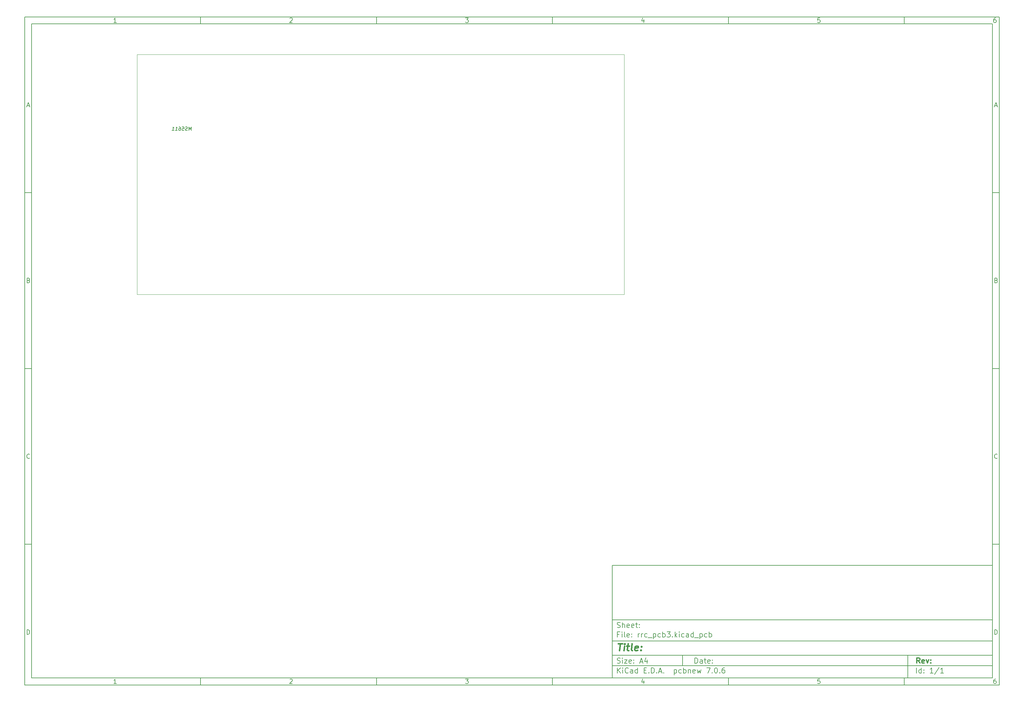
<source format=gbr>
%TF.GenerationSoftware,KiCad,Pcbnew,7.0.6*%
%TF.CreationDate,2023-08-10T16:59:27-04:00*%
%TF.ProjectId,rrc_pcb3,7272635f-7063-4623-932e-6b696361645f,rev?*%
%TF.SameCoordinates,Original*%
%TF.FileFunction,AssemblyDrawing,Bot*%
%FSLAX46Y46*%
G04 Gerber Fmt 4.6, Leading zero omitted, Abs format (unit mm)*
G04 Created by KiCad (PCBNEW 7.0.6) date 2023-08-10 16:59:27*
%MOMM*%
%LPD*%
G01*
G04 APERTURE LIST*
%ADD10C,0.100000*%
%ADD11C,0.150000*%
%ADD12C,0.300000*%
%ADD13C,0.400000*%
%TA.AperFunction,Profile*%
%ADD14C,0.050000*%
%TD*%
G04 APERTURE END LIST*
D10*
D11*
X177002200Y-166007200D02*
X285002200Y-166007200D01*
X285002200Y-198007200D01*
X177002200Y-198007200D01*
X177002200Y-166007200D01*
D10*
D11*
X10000000Y-10000000D02*
X287002200Y-10000000D01*
X287002200Y-200007200D01*
X10000000Y-200007200D01*
X10000000Y-10000000D01*
D10*
D11*
X12000000Y-12000000D02*
X285002200Y-12000000D01*
X285002200Y-198007200D01*
X12000000Y-198007200D01*
X12000000Y-12000000D01*
D10*
D11*
X60000000Y-12000000D02*
X60000000Y-10000000D01*
D10*
D11*
X110000000Y-12000000D02*
X110000000Y-10000000D01*
D10*
D11*
X160000000Y-12000000D02*
X160000000Y-10000000D01*
D10*
D11*
X210000000Y-12000000D02*
X210000000Y-10000000D01*
D10*
D11*
X260000000Y-12000000D02*
X260000000Y-10000000D01*
D10*
D11*
X36089160Y-11593604D02*
X35346303Y-11593604D01*
X35717731Y-11593604D02*
X35717731Y-10293604D01*
X35717731Y-10293604D02*
X35593922Y-10479319D01*
X35593922Y-10479319D02*
X35470112Y-10603128D01*
X35470112Y-10603128D02*
X35346303Y-10665033D01*
D10*
D11*
X85346303Y-10417414D02*
X85408207Y-10355509D01*
X85408207Y-10355509D02*
X85532017Y-10293604D01*
X85532017Y-10293604D02*
X85841541Y-10293604D01*
X85841541Y-10293604D02*
X85965350Y-10355509D01*
X85965350Y-10355509D02*
X86027255Y-10417414D01*
X86027255Y-10417414D02*
X86089160Y-10541223D01*
X86089160Y-10541223D02*
X86089160Y-10665033D01*
X86089160Y-10665033D02*
X86027255Y-10850747D01*
X86027255Y-10850747D02*
X85284398Y-11593604D01*
X85284398Y-11593604D02*
X86089160Y-11593604D01*
D10*
D11*
X135284398Y-10293604D02*
X136089160Y-10293604D01*
X136089160Y-10293604D02*
X135655826Y-10788842D01*
X135655826Y-10788842D02*
X135841541Y-10788842D01*
X135841541Y-10788842D02*
X135965350Y-10850747D01*
X135965350Y-10850747D02*
X136027255Y-10912652D01*
X136027255Y-10912652D02*
X136089160Y-11036461D01*
X136089160Y-11036461D02*
X136089160Y-11345985D01*
X136089160Y-11345985D02*
X136027255Y-11469795D01*
X136027255Y-11469795D02*
X135965350Y-11531700D01*
X135965350Y-11531700D02*
X135841541Y-11593604D01*
X135841541Y-11593604D02*
X135470112Y-11593604D01*
X135470112Y-11593604D02*
X135346303Y-11531700D01*
X135346303Y-11531700D02*
X135284398Y-11469795D01*
D10*
D11*
X185965350Y-10726938D02*
X185965350Y-11593604D01*
X185655826Y-10231700D02*
X185346303Y-11160271D01*
X185346303Y-11160271D02*
X186151064Y-11160271D01*
D10*
D11*
X236027255Y-10293604D02*
X235408207Y-10293604D01*
X235408207Y-10293604D02*
X235346303Y-10912652D01*
X235346303Y-10912652D02*
X235408207Y-10850747D01*
X235408207Y-10850747D02*
X235532017Y-10788842D01*
X235532017Y-10788842D02*
X235841541Y-10788842D01*
X235841541Y-10788842D02*
X235965350Y-10850747D01*
X235965350Y-10850747D02*
X236027255Y-10912652D01*
X236027255Y-10912652D02*
X236089160Y-11036461D01*
X236089160Y-11036461D02*
X236089160Y-11345985D01*
X236089160Y-11345985D02*
X236027255Y-11469795D01*
X236027255Y-11469795D02*
X235965350Y-11531700D01*
X235965350Y-11531700D02*
X235841541Y-11593604D01*
X235841541Y-11593604D02*
X235532017Y-11593604D01*
X235532017Y-11593604D02*
X235408207Y-11531700D01*
X235408207Y-11531700D02*
X235346303Y-11469795D01*
D10*
D11*
X285965350Y-10293604D02*
X285717731Y-10293604D01*
X285717731Y-10293604D02*
X285593922Y-10355509D01*
X285593922Y-10355509D02*
X285532017Y-10417414D01*
X285532017Y-10417414D02*
X285408207Y-10603128D01*
X285408207Y-10603128D02*
X285346303Y-10850747D01*
X285346303Y-10850747D02*
X285346303Y-11345985D01*
X285346303Y-11345985D02*
X285408207Y-11469795D01*
X285408207Y-11469795D02*
X285470112Y-11531700D01*
X285470112Y-11531700D02*
X285593922Y-11593604D01*
X285593922Y-11593604D02*
X285841541Y-11593604D01*
X285841541Y-11593604D02*
X285965350Y-11531700D01*
X285965350Y-11531700D02*
X286027255Y-11469795D01*
X286027255Y-11469795D02*
X286089160Y-11345985D01*
X286089160Y-11345985D02*
X286089160Y-11036461D01*
X286089160Y-11036461D02*
X286027255Y-10912652D01*
X286027255Y-10912652D02*
X285965350Y-10850747D01*
X285965350Y-10850747D02*
X285841541Y-10788842D01*
X285841541Y-10788842D02*
X285593922Y-10788842D01*
X285593922Y-10788842D02*
X285470112Y-10850747D01*
X285470112Y-10850747D02*
X285408207Y-10912652D01*
X285408207Y-10912652D02*
X285346303Y-11036461D01*
D10*
D11*
X60000000Y-198007200D02*
X60000000Y-200007200D01*
D10*
D11*
X110000000Y-198007200D02*
X110000000Y-200007200D01*
D10*
D11*
X160000000Y-198007200D02*
X160000000Y-200007200D01*
D10*
D11*
X210000000Y-198007200D02*
X210000000Y-200007200D01*
D10*
D11*
X260000000Y-198007200D02*
X260000000Y-200007200D01*
D10*
D11*
X36089160Y-199600804D02*
X35346303Y-199600804D01*
X35717731Y-199600804D02*
X35717731Y-198300804D01*
X35717731Y-198300804D02*
X35593922Y-198486519D01*
X35593922Y-198486519D02*
X35470112Y-198610328D01*
X35470112Y-198610328D02*
X35346303Y-198672233D01*
D10*
D11*
X85346303Y-198424614D02*
X85408207Y-198362709D01*
X85408207Y-198362709D02*
X85532017Y-198300804D01*
X85532017Y-198300804D02*
X85841541Y-198300804D01*
X85841541Y-198300804D02*
X85965350Y-198362709D01*
X85965350Y-198362709D02*
X86027255Y-198424614D01*
X86027255Y-198424614D02*
X86089160Y-198548423D01*
X86089160Y-198548423D02*
X86089160Y-198672233D01*
X86089160Y-198672233D02*
X86027255Y-198857947D01*
X86027255Y-198857947D02*
X85284398Y-199600804D01*
X85284398Y-199600804D02*
X86089160Y-199600804D01*
D10*
D11*
X135284398Y-198300804D02*
X136089160Y-198300804D01*
X136089160Y-198300804D02*
X135655826Y-198796042D01*
X135655826Y-198796042D02*
X135841541Y-198796042D01*
X135841541Y-198796042D02*
X135965350Y-198857947D01*
X135965350Y-198857947D02*
X136027255Y-198919852D01*
X136027255Y-198919852D02*
X136089160Y-199043661D01*
X136089160Y-199043661D02*
X136089160Y-199353185D01*
X136089160Y-199353185D02*
X136027255Y-199476995D01*
X136027255Y-199476995D02*
X135965350Y-199538900D01*
X135965350Y-199538900D02*
X135841541Y-199600804D01*
X135841541Y-199600804D02*
X135470112Y-199600804D01*
X135470112Y-199600804D02*
X135346303Y-199538900D01*
X135346303Y-199538900D02*
X135284398Y-199476995D01*
D10*
D11*
X185965350Y-198734138D02*
X185965350Y-199600804D01*
X185655826Y-198238900D02*
X185346303Y-199167471D01*
X185346303Y-199167471D02*
X186151064Y-199167471D01*
D10*
D11*
X236027255Y-198300804D02*
X235408207Y-198300804D01*
X235408207Y-198300804D02*
X235346303Y-198919852D01*
X235346303Y-198919852D02*
X235408207Y-198857947D01*
X235408207Y-198857947D02*
X235532017Y-198796042D01*
X235532017Y-198796042D02*
X235841541Y-198796042D01*
X235841541Y-198796042D02*
X235965350Y-198857947D01*
X235965350Y-198857947D02*
X236027255Y-198919852D01*
X236027255Y-198919852D02*
X236089160Y-199043661D01*
X236089160Y-199043661D02*
X236089160Y-199353185D01*
X236089160Y-199353185D02*
X236027255Y-199476995D01*
X236027255Y-199476995D02*
X235965350Y-199538900D01*
X235965350Y-199538900D02*
X235841541Y-199600804D01*
X235841541Y-199600804D02*
X235532017Y-199600804D01*
X235532017Y-199600804D02*
X235408207Y-199538900D01*
X235408207Y-199538900D02*
X235346303Y-199476995D01*
D10*
D11*
X285965350Y-198300804D02*
X285717731Y-198300804D01*
X285717731Y-198300804D02*
X285593922Y-198362709D01*
X285593922Y-198362709D02*
X285532017Y-198424614D01*
X285532017Y-198424614D02*
X285408207Y-198610328D01*
X285408207Y-198610328D02*
X285346303Y-198857947D01*
X285346303Y-198857947D02*
X285346303Y-199353185D01*
X285346303Y-199353185D02*
X285408207Y-199476995D01*
X285408207Y-199476995D02*
X285470112Y-199538900D01*
X285470112Y-199538900D02*
X285593922Y-199600804D01*
X285593922Y-199600804D02*
X285841541Y-199600804D01*
X285841541Y-199600804D02*
X285965350Y-199538900D01*
X285965350Y-199538900D02*
X286027255Y-199476995D01*
X286027255Y-199476995D02*
X286089160Y-199353185D01*
X286089160Y-199353185D02*
X286089160Y-199043661D01*
X286089160Y-199043661D02*
X286027255Y-198919852D01*
X286027255Y-198919852D02*
X285965350Y-198857947D01*
X285965350Y-198857947D02*
X285841541Y-198796042D01*
X285841541Y-198796042D02*
X285593922Y-198796042D01*
X285593922Y-198796042D02*
X285470112Y-198857947D01*
X285470112Y-198857947D02*
X285408207Y-198919852D01*
X285408207Y-198919852D02*
X285346303Y-199043661D01*
D10*
D11*
X10000000Y-60000000D02*
X12000000Y-60000000D01*
D10*
D11*
X10000000Y-110000000D02*
X12000000Y-110000000D01*
D10*
D11*
X10000000Y-160000000D02*
X12000000Y-160000000D01*
D10*
D11*
X10690476Y-35222176D02*
X11309523Y-35222176D01*
X10566666Y-35593604D02*
X10999999Y-34293604D01*
X10999999Y-34293604D02*
X11433333Y-35593604D01*
D10*
D11*
X11092857Y-84912652D02*
X11278571Y-84974557D01*
X11278571Y-84974557D02*
X11340476Y-85036461D01*
X11340476Y-85036461D02*
X11402380Y-85160271D01*
X11402380Y-85160271D02*
X11402380Y-85345985D01*
X11402380Y-85345985D02*
X11340476Y-85469795D01*
X11340476Y-85469795D02*
X11278571Y-85531700D01*
X11278571Y-85531700D02*
X11154761Y-85593604D01*
X11154761Y-85593604D02*
X10659523Y-85593604D01*
X10659523Y-85593604D02*
X10659523Y-84293604D01*
X10659523Y-84293604D02*
X11092857Y-84293604D01*
X11092857Y-84293604D02*
X11216666Y-84355509D01*
X11216666Y-84355509D02*
X11278571Y-84417414D01*
X11278571Y-84417414D02*
X11340476Y-84541223D01*
X11340476Y-84541223D02*
X11340476Y-84665033D01*
X11340476Y-84665033D02*
X11278571Y-84788842D01*
X11278571Y-84788842D02*
X11216666Y-84850747D01*
X11216666Y-84850747D02*
X11092857Y-84912652D01*
X11092857Y-84912652D02*
X10659523Y-84912652D01*
D10*
D11*
X11402380Y-135469795D02*
X11340476Y-135531700D01*
X11340476Y-135531700D02*
X11154761Y-135593604D01*
X11154761Y-135593604D02*
X11030952Y-135593604D01*
X11030952Y-135593604D02*
X10845238Y-135531700D01*
X10845238Y-135531700D02*
X10721428Y-135407890D01*
X10721428Y-135407890D02*
X10659523Y-135284080D01*
X10659523Y-135284080D02*
X10597619Y-135036461D01*
X10597619Y-135036461D02*
X10597619Y-134850747D01*
X10597619Y-134850747D02*
X10659523Y-134603128D01*
X10659523Y-134603128D02*
X10721428Y-134479319D01*
X10721428Y-134479319D02*
X10845238Y-134355509D01*
X10845238Y-134355509D02*
X11030952Y-134293604D01*
X11030952Y-134293604D02*
X11154761Y-134293604D01*
X11154761Y-134293604D02*
X11340476Y-134355509D01*
X11340476Y-134355509D02*
X11402380Y-134417414D01*
D10*
D11*
X10659523Y-185593604D02*
X10659523Y-184293604D01*
X10659523Y-184293604D02*
X10969047Y-184293604D01*
X10969047Y-184293604D02*
X11154761Y-184355509D01*
X11154761Y-184355509D02*
X11278571Y-184479319D01*
X11278571Y-184479319D02*
X11340476Y-184603128D01*
X11340476Y-184603128D02*
X11402380Y-184850747D01*
X11402380Y-184850747D02*
X11402380Y-185036461D01*
X11402380Y-185036461D02*
X11340476Y-185284080D01*
X11340476Y-185284080D02*
X11278571Y-185407890D01*
X11278571Y-185407890D02*
X11154761Y-185531700D01*
X11154761Y-185531700D02*
X10969047Y-185593604D01*
X10969047Y-185593604D02*
X10659523Y-185593604D01*
D10*
D11*
X287002200Y-60000000D02*
X285002200Y-60000000D01*
D10*
D11*
X287002200Y-110000000D02*
X285002200Y-110000000D01*
D10*
D11*
X287002200Y-160000000D02*
X285002200Y-160000000D01*
D10*
D11*
X285692676Y-35222176D02*
X286311723Y-35222176D01*
X285568866Y-35593604D02*
X286002199Y-34293604D01*
X286002199Y-34293604D02*
X286435533Y-35593604D01*
D10*
D11*
X286095057Y-84912652D02*
X286280771Y-84974557D01*
X286280771Y-84974557D02*
X286342676Y-85036461D01*
X286342676Y-85036461D02*
X286404580Y-85160271D01*
X286404580Y-85160271D02*
X286404580Y-85345985D01*
X286404580Y-85345985D02*
X286342676Y-85469795D01*
X286342676Y-85469795D02*
X286280771Y-85531700D01*
X286280771Y-85531700D02*
X286156961Y-85593604D01*
X286156961Y-85593604D02*
X285661723Y-85593604D01*
X285661723Y-85593604D02*
X285661723Y-84293604D01*
X285661723Y-84293604D02*
X286095057Y-84293604D01*
X286095057Y-84293604D02*
X286218866Y-84355509D01*
X286218866Y-84355509D02*
X286280771Y-84417414D01*
X286280771Y-84417414D02*
X286342676Y-84541223D01*
X286342676Y-84541223D02*
X286342676Y-84665033D01*
X286342676Y-84665033D02*
X286280771Y-84788842D01*
X286280771Y-84788842D02*
X286218866Y-84850747D01*
X286218866Y-84850747D02*
X286095057Y-84912652D01*
X286095057Y-84912652D02*
X285661723Y-84912652D01*
D10*
D11*
X286404580Y-135469795D02*
X286342676Y-135531700D01*
X286342676Y-135531700D02*
X286156961Y-135593604D01*
X286156961Y-135593604D02*
X286033152Y-135593604D01*
X286033152Y-135593604D02*
X285847438Y-135531700D01*
X285847438Y-135531700D02*
X285723628Y-135407890D01*
X285723628Y-135407890D02*
X285661723Y-135284080D01*
X285661723Y-135284080D02*
X285599819Y-135036461D01*
X285599819Y-135036461D02*
X285599819Y-134850747D01*
X285599819Y-134850747D02*
X285661723Y-134603128D01*
X285661723Y-134603128D02*
X285723628Y-134479319D01*
X285723628Y-134479319D02*
X285847438Y-134355509D01*
X285847438Y-134355509D02*
X286033152Y-134293604D01*
X286033152Y-134293604D02*
X286156961Y-134293604D01*
X286156961Y-134293604D02*
X286342676Y-134355509D01*
X286342676Y-134355509D02*
X286404580Y-134417414D01*
D10*
D11*
X285661723Y-185593604D02*
X285661723Y-184293604D01*
X285661723Y-184293604D02*
X285971247Y-184293604D01*
X285971247Y-184293604D02*
X286156961Y-184355509D01*
X286156961Y-184355509D02*
X286280771Y-184479319D01*
X286280771Y-184479319D02*
X286342676Y-184603128D01*
X286342676Y-184603128D02*
X286404580Y-184850747D01*
X286404580Y-184850747D02*
X286404580Y-185036461D01*
X286404580Y-185036461D02*
X286342676Y-185284080D01*
X286342676Y-185284080D02*
X286280771Y-185407890D01*
X286280771Y-185407890D02*
X286156961Y-185531700D01*
X286156961Y-185531700D02*
X285971247Y-185593604D01*
X285971247Y-185593604D02*
X285661723Y-185593604D01*
D10*
D11*
X200458026Y-193793328D02*
X200458026Y-192293328D01*
X200458026Y-192293328D02*
X200815169Y-192293328D01*
X200815169Y-192293328D02*
X201029455Y-192364757D01*
X201029455Y-192364757D02*
X201172312Y-192507614D01*
X201172312Y-192507614D02*
X201243741Y-192650471D01*
X201243741Y-192650471D02*
X201315169Y-192936185D01*
X201315169Y-192936185D02*
X201315169Y-193150471D01*
X201315169Y-193150471D02*
X201243741Y-193436185D01*
X201243741Y-193436185D02*
X201172312Y-193579042D01*
X201172312Y-193579042D02*
X201029455Y-193721900D01*
X201029455Y-193721900D02*
X200815169Y-193793328D01*
X200815169Y-193793328D02*
X200458026Y-193793328D01*
X202600884Y-193793328D02*
X202600884Y-193007614D01*
X202600884Y-193007614D02*
X202529455Y-192864757D01*
X202529455Y-192864757D02*
X202386598Y-192793328D01*
X202386598Y-192793328D02*
X202100884Y-192793328D01*
X202100884Y-192793328D02*
X201958026Y-192864757D01*
X202600884Y-193721900D02*
X202458026Y-193793328D01*
X202458026Y-193793328D02*
X202100884Y-193793328D01*
X202100884Y-193793328D02*
X201958026Y-193721900D01*
X201958026Y-193721900D02*
X201886598Y-193579042D01*
X201886598Y-193579042D02*
X201886598Y-193436185D01*
X201886598Y-193436185D02*
X201958026Y-193293328D01*
X201958026Y-193293328D02*
X202100884Y-193221900D01*
X202100884Y-193221900D02*
X202458026Y-193221900D01*
X202458026Y-193221900D02*
X202600884Y-193150471D01*
X203100884Y-192793328D02*
X203672312Y-192793328D01*
X203315169Y-192293328D02*
X203315169Y-193579042D01*
X203315169Y-193579042D02*
X203386598Y-193721900D01*
X203386598Y-193721900D02*
X203529455Y-193793328D01*
X203529455Y-193793328D02*
X203672312Y-193793328D01*
X204743741Y-193721900D02*
X204600884Y-193793328D01*
X204600884Y-193793328D02*
X204315170Y-193793328D01*
X204315170Y-193793328D02*
X204172312Y-193721900D01*
X204172312Y-193721900D02*
X204100884Y-193579042D01*
X204100884Y-193579042D02*
X204100884Y-193007614D01*
X204100884Y-193007614D02*
X204172312Y-192864757D01*
X204172312Y-192864757D02*
X204315170Y-192793328D01*
X204315170Y-192793328D02*
X204600884Y-192793328D01*
X204600884Y-192793328D02*
X204743741Y-192864757D01*
X204743741Y-192864757D02*
X204815170Y-193007614D01*
X204815170Y-193007614D02*
X204815170Y-193150471D01*
X204815170Y-193150471D02*
X204100884Y-193293328D01*
X205458026Y-193650471D02*
X205529455Y-193721900D01*
X205529455Y-193721900D02*
X205458026Y-193793328D01*
X205458026Y-193793328D02*
X205386598Y-193721900D01*
X205386598Y-193721900D02*
X205458026Y-193650471D01*
X205458026Y-193650471D02*
X205458026Y-193793328D01*
X205458026Y-192864757D02*
X205529455Y-192936185D01*
X205529455Y-192936185D02*
X205458026Y-193007614D01*
X205458026Y-193007614D02*
X205386598Y-192936185D01*
X205386598Y-192936185D02*
X205458026Y-192864757D01*
X205458026Y-192864757D02*
X205458026Y-193007614D01*
D10*
D11*
X177002200Y-194507200D02*
X285002200Y-194507200D01*
D10*
D11*
X178458026Y-196593328D02*
X178458026Y-195093328D01*
X179315169Y-196593328D02*
X178672312Y-195736185D01*
X179315169Y-195093328D02*
X178458026Y-195950471D01*
X179958026Y-196593328D02*
X179958026Y-195593328D01*
X179958026Y-195093328D02*
X179886598Y-195164757D01*
X179886598Y-195164757D02*
X179958026Y-195236185D01*
X179958026Y-195236185D02*
X180029455Y-195164757D01*
X180029455Y-195164757D02*
X179958026Y-195093328D01*
X179958026Y-195093328D02*
X179958026Y-195236185D01*
X181529455Y-196450471D02*
X181458027Y-196521900D01*
X181458027Y-196521900D02*
X181243741Y-196593328D01*
X181243741Y-196593328D02*
X181100884Y-196593328D01*
X181100884Y-196593328D02*
X180886598Y-196521900D01*
X180886598Y-196521900D02*
X180743741Y-196379042D01*
X180743741Y-196379042D02*
X180672312Y-196236185D01*
X180672312Y-196236185D02*
X180600884Y-195950471D01*
X180600884Y-195950471D02*
X180600884Y-195736185D01*
X180600884Y-195736185D02*
X180672312Y-195450471D01*
X180672312Y-195450471D02*
X180743741Y-195307614D01*
X180743741Y-195307614D02*
X180886598Y-195164757D01*
X180886598Y-195164757D02*
X181100884Y-195093328D01*
X181100884Y-195093328D02*
X181243741Y-195093328D01*
X181243741Y-195093328D02*
X181458027Y-195164757D01*
X181458027Y-195164757D02*
X181529455Y-195236185D01*
X182815170Y-196593328D02*
X182815170Y-195807614D01*
X182815170Y-195807614D02*
X182743741Y-195664757D01*
X182743741Y-195664757D02*
X182600884Y-195593328D01*
X182600884Y-195593328D02*
X182315170Y-195593328D01*
X182315170Y-195593328D02*
X182172312Y-195664757D01*
X182815170Y-196521900D02*
X182672312Y-196593328D01*
X182672312Y-196593328D02*
X182315170Y-196593328D01*
X182315170Y-196593328D02*
X182172312Y-196521900D01*
X182172312Y-196521900D02*
X182100884Y-196379042D01*
X182100884Y-196379042D02*
X182100884Y-196236185D01*
X182100884Y-196236185D02*
X182172312Y-196093328D01*
X182172312Y-196093328D02*
X182315170Y-196021900D01*
X182315170Y-196021900D02*
X182672312Y-196021900D01*
X182672312Y-196021900D02*
X182815170Y-195950471D01*
X184172313Y-196593328D02*
X184172313Y-195093328D01*
X184172313Y-196521900D02*
X184029455Y-196593328D01*
X184029455Y-196593328D02*
X183743741Y-196593328D01*
X183743741Y-196593328D02*
X183600884Y-196521900D01*
X183600884Y-196521900D02*
X183529455Y-196450471D01*
X183529455Y-196450471D02*
X183458027Y-196307614D01*
X183458027Y-196307614D02*
X183458027Y-195879042D01*
X183458027Y-195879042D02*
X183529455Y-195736185D01*
X183529455Y-195736185D02*
X183600884Y-195664757D01*
X183600884Y-195664757D02*
X183743741Y-195593328D01*
X183743741Y-195593328D02*
X184029455Y-195593328D01*
X184029455Y-195593328D02*
X184172313Y-195664757D01*
X186029455Y-195807614D02*
X186529455Y-195807614D01*
X186743741Y-196593328D02*
X186029455Y-196593328D01*
X186029455Y-196593328D02*
X186029455Y-195093328D01*
X186029455Y-195093328D02*
X186743741Y-195093328D01*
X187386598Y-196450471D02*
X187458027Y-196521900D01*
X187458027Y-196521900D02*
X187386598Y-196593328D01*
X187386598Y-196593328D02*
X187315170Y-196521900D01*
X187315170Y-196521900D02*
X187386598Y-196450471D01*
X187386598Y-196450471D02*
X187386598Y-196593328D01*
X188100884Y-196593328D02*
X188100884Y-195093328D01*
X188100884Y-195093328D02*
X188458027Y-195093328D01*
X188458027Y-195093328D02*
X188672313Y-195164757D01*
X188672313Y-195164757D02*
X188815170Y-195307614D01*
X188815170Y-195307614D02*
X188886599Y-195450471D01*
X188886599Y-195450471D02*
X188958027Y-195736185D01*
X188958027Y-195736185D02*
X188958027Y-195950471D01*
X188958027Y-195950471D02*
X188886599Y-196236185D01*
X188886599Y-196236185D02*
X188815170Y-196379042D01*
X188815170Y-196379042D02*
X188672313Y-196521900D01*
X188672313Y-196521900D02*
X188458027Y-196593328D01*
X188458027Y-196593328D02*
X188100884Y-196593328D01*
X189600884Y-196450471D02*
X189672313Y-196521900D01*
X189672313Y-196521900D02*
X189600884Y-196593328D01*
X189600884Y-196593328D02*
X189529456Y-196521900D01*
X189529456Y-196521900D02*
X189600884Y-196450471D01*
X189600884Y-196450471D02*
X189600884Y-196593328D01*
X190243742Y-196164757D02*
X190958028Y-196164757D01*
X190100885Y-196593328D02*
X190600885Y-195093328D01*
X190600885Y-195093328D02*
X191100885Y-196593328D01*
X191600884Y-196450471D02*
X191672313Y-196521900D01*
X191672313Y-196521900D02*
X191600884Y-196593328D01*
X191600884Y-196593328D02*
X191529456Y-196521900D01*
X191529456Y-196521900D02*
X191600884Y-196450471D01*
X191600884Y-196450471D02*
X191600884Y-196593328D01*
X194600884Y-195593328D02*
X194600884Y-197093328D01*
X194600884Y-195664757D02*
X194743742Y-195593328D01*
X194743742Y-195593328D02*
X195029456Y-195593328D01*
X195029456Y-195593328D02*
X195172313Y-195664757D01*
X195172313Y-195664757D02*
X195243742Y-195736185D01*
X195243742Y-195736185D02*
X195315170Y-195879042D01*
X195315170Y-195879042D02*
X195315170Y-196307614D01*
X195315170Y-196307614D02*
X195243742Y-196450471D01*
X195243742Y-196450471D02*
X195172313Y-196521900D01*
X195172313Y-196521900D02*
X195029456Y-196593328D01*
X195029456Y-196593328D02*
X194743742Y-196593328D01*
X194743742Y-196593328D02*
X194600884Y-196521900D01*
X196600885Y-196521900D02*
X196458027Y-196593328D01*
X196458027Y-196593328D02*
X196172313Y-196593328D01*
X196172313Y-196593328D02*
X196029456Y-196521900D01*
X196029456Y-196521900D02*
X195958027Y-196450471D01*
X195958027Y-196450471D02*
X195886599Y-196307614D01*
X195886599Y-196307614D02*
X195886599Y-195879042D01*
X195886599Y-195879042D02*
X195958027Y-195736185D01*
X195958027Y-195736185D02*
X196029456Y-195664757D01*
X196029456Y-195664757D02*
X196172313Y-195593328D01*
X196172313Y-195593328D02*
X196458027Y-195593328D01*
X196458027Y-195593328D02*
X196600885Y-195664757D01*
X197243741Y-196593328D02*
X197243741Y-195093328D01*
X197243741Y-195664757D02*
X197386599Y-195593328D01*
X197386599Y-195593328D02*
X197672313Y-195593328D01*
X197672313Y-195593328D02*
X197815170Y-195664757D01*
X197815170Y-195664757D02*
X197886599Y-195736185D01*
X197886599Y-195736185D02*
X197958027Y-195879042D01*
X197958027Y-195879042D02*
X197958027Y-196307614D01*
X197958027Y-196307614D02*
X197886599Y-196450471D01*
X197886599Y-196450471D02*
X197815170Y-196521900D01*
X197815170Y-196521900D02*
X197672313Y-196593328D01*
X197672313Y-196593328D02*
X197386599Y-196593328D01*
X197386599Y-196593328D02*
X197243741Y-196521900D01*
X198600884Y-195593328D02*
X198600884Y-196593328D01*
X198600884Y-195736185D02*
X198672313Y-195664757D01*
X198672313Y-195664757D02*
X198815170Y-195593328D01*
X198815170Y-195593328D02*
X199029456Y-195593328D01*
X199029456Y-195593328D02*
X199172313Y-195664757D01*
X199172313Y-195664757D02*
X199243742Y-195807614D01*
X199243742Y-195807614D02*
X199243742Y-196593328D01*
X200529456Y-196521900D02*
X200386599Y-196593328D01*
X200386599Y-196593328D02*
X200100885Y-196593328D01*
X200100885Y-196593328D02*
X199958027Y-196521900D01*
X199958027Y-196521900D02*
X199886599Y-196379042D01*
X199886599Y-196379042D02*
X199886599Y-195807614D01*
X199886599Y-195807614D02*
X199958027Y-195664757D01*
X199958027Y-195664757D02*
X200100885Y-195593328D01*
X200100885Y-195593328D02*
X200386599Y-195593328D01*
X200386599Y-195593328D02*
X200529456Y-195664757D01*
X200529456Y-195664757D02*
X200600885Y-195807614D01*
X200600885Y-195807614D02*
X200600885Y-195950471D01*
X200600885Y-195950471D02*
X199886599Y-196093328D01*
X201100884Y-195593328D02*
X201386599Y-196593328D01*
X201386599Y-196593328D02*
X201672313Y-195879042D01*
X201672313Y-195879042D02*
X201958027Y-196593328D01*
X201958027Y-196593328D02*
X202243741Y-195593328D01*
X203815170Y-195093328D02*
X204815170Y-195093328D01*
X204815170Y-195093328D02*
X204172313Y-196593328D01*
X205386598Y-196450471D02*
X205458027Y-196521900D01*
X205458027Y-196521900D02*
X205386598Y-196593328D01*
X205386598Y-196593328D02*
X205315170Y-196521900D01*
X205315170Y-196521900D02*
X205386598Y-196450471D01*
X205386598Y-196450471D02*
X205386598Y-196593328D01*
X206386599Y-195093328D02*
X206529456Y-195093328D01*
X206529456Y-195093328D02*
X206672313Y-195164757D01*
X206672313Y-195164757D02*
X206743742Y-195236185D01*
X206743742Y-195236185D02*
X206815170Y-195379042D01*
X206815170Y-195379042D02*
X206886599Y-195664757D01*
X206886599Y-195664757D02*
X206886599Y-196021900D01*
X206886599Y-196021900D02*
X206815170Y-196307614D01*
X206815170Y-196307614D02*
X206743742Y-196450471D01*
X206743742Y-196450471D02*
X206672313Y-196521900D01*
X206672313Y-196521900D02*
X206529456Y-196593328D01*
X206529456Y-196593328D02*
X206386599Y-196593328D01*
X206386599Y-196593328D02*
X206243742Y-196521900D01*
X206243742Y-196521900D02*
X206172313Y-196450471D01*
X206172313Y-196450471D02*
X206100884Y-196307614D01*
X206100884Y-196307614D02*
X206029456Y-196021900D01*
X206029456Y-196021900D02*
X206029456Y-195664757D01*
X206029456Y-195664757D02*
X206100884Y-195379042D01*
X206100884Y-195379042D02*
X206172313Y-195236185D01*
X206172313Y-195236185D02*
X206243742Y-195164757D01*
X206243742Y-195164757D02*
X206386599Y-195093328D01*
X207529455Y-196450471D02*
X207600884Y-196521900D01*
X207600884Y-196521900D02*
X207529455Y-196593328D01*
X207529455Y-196593328D02*
X207458027Y-196521900D01*
X207458027Y-196521900D02*
X207529455Y-196450471D01*
X207529455Y-196450471D02*
X207529455Y-196593328D01*
X208886599Y-195093328D02*
X208600884Y-195093328D01*
X208600884Y-195093328D02*
X208458027Y-195164757D01*
X208458027Y-195164757D02*
X208386599Y-195236185D01*
X208386599Y-195236185D02*
X208243741Y-195450471D01*
X208243741Y-195450471D02*
X208172313Y-195736185D01*
X208172313Y-195736185D02*
X208172313Y-196307614D01*
X208172313Y-196307614D02*
X208243741Y-196450471D01*
X208243741Y-196450471D02*
X208315170Y-196521900D01*
X208315170Y-196521900D02*
X208458027Y-196593328D01*
X208458027Y-196593328D02*
X208743741Y-196593328D01*
X208743741Y-196593328D02*
X208886599Y-196521900D01*
X208886599Y-196521900D02*
X208958027Y-196450471D01*
X208958027Y-196450471D02*
X209029456Y-196307614D01*
X209029456Y-196307614D02*
X209029456Y-195950471D01*
X209029456Y-195950471D02*
X208958027Y-195807614D01*
X208958027Y-195807614D02*
X208886599Y-195736185D01*
X208886599Y-195736185D02*
X208743741Y-195664757D01*
X208743741Y-195664757D02*
X208458027Y-195664757D01*
X208458027Y-195664757D02*
X208315170Y-195736185D01*
X208315170Y-195736185D02*
X208243741Y-195807614D01*
X208243741Y-195807614D02*
X208172313Y-195950471D01*
D10*
D11*
X177002200Y-191507200D02*
X285002200Y-191507200D01*
D10*
D12*
X264413853Y-193785528D02*
X263913853Y-193071242D01*
X263556710Y-193785528D02*
X263556710Y-192285528D01*
X263556710Y-192285528D02*
X264128139Y-192285528D01*
X264128139Y-192285528D02*
X264270996Y-192356957D01*
X264270996Y-192356957D02*
X264342425Y-192428385D01*
X264342425Y-192428385D02*
X264413853Y-192571242D01*
X264413853Y-192571242D02*
X264413853Y-192785528D01*
X264413853Y-192785528D02*
X264342425Y-192928385D01*
X264342425Y-192928385D02*
X264270996Y-192999814D01*
X264270996Y-192999814D02*
X264128139Y-193071242D01*
X264128139Y-193071242D02*
X263556710Y-193071242D01*
X265628139Y-193714100D02*
X265485282Y-193785528D01*
X265485282Y-193785528D02*
X265199568Y-193785528D01*
X265199568Y-193785528D02*
X265056710Y-193714100D01*
X265056710Y-193714100D02*
X264985282Y-193571242D01*
X264985282Y-193571242D02*
X264985282Y-192999814D01*
X264985282Y-192999814D02*
X265056710Y-192856957D01*
X265056710Y-192856957D02*
X265199568Y-192785528D01*
X265199568Y-192785528D02*
X265485282Y-192785528D01*
X265485282Y-192785528D02*
X265628139Y-192856957D01*
X265628139Y-192856957D02*
X265699568Y-192999814D01*
X265699568Y-192999814D02*
X265699568Y-193142671D01*
X265699568Y-193142671D02*
X264985282Y-193285528D01*
X266199567Y-192785528D02*
X266556710Y-193785528D01*
X266556710Y-193785528D02*
X266913853Y-192785528D01*
X267485281Y-193642671D02*
X267556710Y-193714100D01*
X267556710Y-193714100D02*
X267485281Y-193785528D01*
X267485281Y-193785528D02*
X267413853Y-193714100D01*
X267413853Y-193714100D02*
X267485281Y-193642671D01*
X267485281Y-193642671D02*
X267485281Y-193785528D01*
X267485281Y-192856957D02*
X267556710Y-192928385D01*
X267556710Y-192928385D02*
X267485281Y-192999814D01*
X267485281Y-192999814D02*
X267413853Y-192928385D01*
X267413853Y-192928385D02*
X267485281Y-192856957D01*
X267485281Y-192856957D02*
X267485281Y-192999814D01*
D10*
D11*
X178386598Y-193721900D02*
X178600884Y-193793328D01*
X178600884Y-193793328D02*
X178958026Y-193793328D01*
X178958026Y-193793328D02*
X179100884Y-193721900D01*
X179100884Y-193721900D02*
X179172312Y-193650471D01*
X179172312Y-193650471D02*
X179243741Y-193507614D01*
X179243741Y-193507614D02*
X179243741Y-193364757D01*
X179243741Y-193364757D02*
X179172312Y-193221900D01*
X179172312Y-193221900D02*
X179100884Y-193150471D01*
X179100884Y-193150471D02*
X178958026Y-193079042D01*
X178958026Y-193079042D02*
X178672312Y-193007614D01*
X178672312Y-193007614D02*
X178529455Y-192936185D01*
X178529455Y-192936185D02*
X178458026Y-192864757D01*
X178458026Y-192864757D02*
X178386598Y-192721900D01*
X178386598Y-192721900D02*
X178386598Y-192579042D01*
X178386598Y-192579042D02*
X178458026Y-192436185D01*
X178458026Y-192436185D02*
X178529455Y-192364757D01*
X178529455Y-192364757D02*
X178672312Y-192293328D01*
X178672312Y-192293328D02*
X179029455Y-192293328D01*
X179029455Y-192293328D02*
X179243741Y-192364757D01*
X179886597Y-193793328D02*
X179886597Y-192793328D01*
X179886597Y-192293328D02*
X179815169Y-192364757D01*
X179815169Y-192364757D02*
X179886597Y-192436185D01*
X179886597Y-192436185D02*
X179958026Y-192364757D01*
X179958026Y-192364757D02*
X179886597Y-192293328D01*
X179886597Y-192293328D02*
X179886597Y-192436185D01*
X180458026Y-192793328D02*
X181243741Y-192793328D01*
X181243741Y-192793328D02*
X180458026Y-193793328D01*
X180458026Y-193793328D02*
X181243741Y-193793328D01*
X182386598Y-193721900D02*
X182243741Y-193793328D01*
X182243741Y-193793328D02*
X181958027Y-193793328D01*
X181958027Y-193793328D02*
X181815169Y-193721900D01*
X181815169Y-193721900D02*
X181743741Y-193579042D01*
X181743741Y-193579042D02*
X181743741Y-193007614D01*
X181743741Y-193007614D02*
X181815169Y-192864757D01*
X181815169Y-192864757D02*
X181958027Y-192793328D01*
X181958027Y-192793328D02*
X182243741Y-192793328D01*
X182243741Y-192793328D02*
X182386598Y-192864757D01*
X182386598Y-192864757D02*
X182458027Y-193007614D01*
X182458027Y-193007614D02*
X182458027Y-193150471D01*
X182458027Y-193150471D02*
X181743741Y-193293328D01*
X183100883Y-193650471D02*
X183172312Y-193721900D01*
X183172312Y-193721900D02*
X183100883Y-193793328D01*
X183100883Y-193793328D02*
X183029455Y-193721900D01*
X183029455Y-193721900D02*
X183100883Y-193650471D01*
X183100883Y-193650471D02*
X183100883Y-193793328D01*
X183100883Y-192864757D02*
X183172312Y-192936185D01*
X183172312Y-192936185D02*
X183100883Y-193007614D01*
X183100883Y-193007614D02*
X183029455Y-192936185D01*
X183029455Y-192936185D02*
X183100883Y-192864757D01*
X183100883Y-192864757D02*
X183100883Y-193007614D01*
X184886598Y-193364757D02*
X185600884Y-193364757D01*
X184743741Y-193793328D02*
X185243741Y-192293328D01*
X185243741Y-192293328D02*
X185743741Y-193793328D01*
X186886598Y-192793328D02*
X186886598Y-193793328D01*
X186529455Y-192221900D02*
X186172312Y-193293328D01*
X186172312Y-193293328D02*
X187100883Y-193293328D01*
D10*
D11*
X263458026Y-196593328D02*
X263458026Y-195093328D01*
X264815170Y-196593328D02*
X264815170Y-195093328D01*
X264815170Y-196521900D02*
X264672312Y-196593328D01*
X264672312Y-196593328D02*
X264386598Y-196593328D01*
X264386598Y-196593328D02*
X264243741Y-196521900D01*
X264243741Y-196521900D02*
X264172312Y-196450471D01*
X264172312Y-196450471D02*
X264100884Y-196307614D01*
X264100884Y-196307614D02*
X264100884Y-195879042D01*
X264100884Y-195879042D02*
X264172312Y-195736185D01*
X264172312Y-195736185D02*
X264243741Y-195664757D01*
X264243741Y-195664757D02*
X264386598Y-195593328D01*
X264386598Y-195593328D02*
X264672312Y-195593328D01*
X264672312Y-195593328D02*
X264815170Y-195664757D01*
X265529455Y-196450471D02*
X265600884Y-196521900D01*
X265600884Y-196521900D02*
X265529455Y-196593328D01*
X265529455Y-196593328D02*
X265458027Y-196521900D01*
X265458027Y-196521900D02*
X265529455Y-196450471D01*
X265529455Y-196450471D02*
X265529455Y-196593328D01*
X265529455Y-195664757D02*
X265600884Y-195736185D01*
X265600884Y-195736185D02*
X265529455Y-195807614D01*
X265529455Y-195807614D02*
X265458027Y-195736185D01*
X265458027Y-195736185D02*
X265529455Y-195664757D01*
X265529455Y-195664757D02*
X265529455Y-195807614D01*
X268172313Y-196593328D02*
X267315170Y-196593328D01*
X267743741Y-196593328D02*
X267743741Y-195093328D01*
X267743741Y-195093328D02*
X267600884Y-195307614D01*
X267600884Y-195307614D02*
X267458027Y-195450471D01*
X267458027Y-195450471D02*
X267315170Y-195521900D01*
X269886598Y-195021900D02*
X268600884Y-196950471D01*
X271172313Y-196593328D02*
X270315170Y-196593328D01*
X270743741Y-196593328D02*
X270743741Y-195093328D01*
X270743741Y-195093328D02*
X270600884Y-195307614D01*
X270600884Y-195307614D02*
X270458027Y-195450471D01*
X270458027Y-195450471D02*
X270315170Y-195521900D01*
D10*
D11*
X177002200Y-187507200D02*
X285002200Y-187507200D01*
D10*
D13*
X178693928Y-188211638D02*
X179836785Y-188211638D01*
X179015357Y-190211638D02*
X179265357Y-188211638D01*
X180253452Y-190211638D02*
X180420119Y-188878304D01*
X180503452Y-188211638D02*
X180396309Y-188306876D01*
X180396309Y-188306876D02*
X180479643Y-188402114D01*
X180479643Y-188402114D02*
X180586786Y-188306876D01*
X180586786Y-188306876D02*
X180503452Y-188211638D01*
X180503452Y-188211638D02*
X180479643Y-188402114D01*
X181086786Y-188878304D02*
X181848690Y-188878304D01*
X181455833Y-188211638D02*
X181241548Y-189925923D01*
X181241548Y-189925923D02*
X181312976Y-190116400D01*
X181312976Y-190116400D02*
X181491548Y-190211638D01*
X181491548Y-190211638D02*
X181682024Y-190211638D01*
X182634405Y-190211638D02*
X182455833Y-190116400D01*
X182455833Y-190116400D02*
X182384405Y-189925923D01*
X182384405Y-189925923D02*
X182598690Y-188211638D01*
X184170119Y-190116400D02*
X183967738Y-190211638D01*
X183967738Y-190211638D02*
X183586785Y-190211638D01*
X183586785Y-190211638D02*
X183408214Y-190116400D01*
X183408214Y-190116400D02*
X183336785Y-189925923D01*
X183336785Y-189925923D02*
X183432024Y-189164019D01*
X183432024Y-189164019D02*
X183551071Y-188973542D01*
X183551071Y-188973542D02*
X183753452Y-188878304D01*
X183753452Y-188878304D02*
X184134404Y-188878304D01*
X184134404Y-188878304D02*
X184312976Y-188973542D01*
X184312976Y-188973542D02*
X184384404Y-189164019D01*
X184384404Y-189164019D02*
X184360595Y-189354495D01*
X184360595Y-189354495D02*
X183384404Y-189544971D01*
X185134405Y-190021161D02*
X185217738Y-190116400D01*
X185217738Y-190116400D02*
X185110595Y-190211638D01*
X185110595Y-190211638D02*
X185027262Y-190116400D01*
X185027262Y-190116400D02*
X185134405Y-190021161D01*
X185134405Y-190021161D02*
X185110595Y-190211638D01*
X185265357Y-188973542D02*
X185348690Y-189068780D01*
X185348690Y-189068780D02*
X185241548Y-189164019D01*
X185241548Y-189164019D02*
X185158214Y-189068780D01*
X185158214Y-189068780D02*
X185265357Y-188973542D01*
X185265357Y-188973542D02*
X185241548Y-189164019D01*
D10*
D11*
X178958026Y-185607614D02*
X178458026Y-185607614D01*
X178458026Y-186393328D02*
X178458026Y-184893328D01*
X178458026Y-184893328D02*
X179172312Y-184893328D01*
X179743740Y-186393328D02*
X179743740Y-185393328D01*
X179743740Y-184893328D02*
X179672312Y-184964757D01*
X179672312Y-184964757D02*
X179743740Y-185036185D01*
X179743740Y-185036185D02*
X179815169Y-184964757D01*
X179815169Y-184964757D02*
X179743740Y-184893328D01*
X179743740Y-184893328D02*
X179743740Y-185036185D01*
X180672312Y-186393328D02*
X180529455Y-186321900D01*
X180529455Y-186321900D02*
X180458026Y-186179042D01*
X180458026Y-186179042D02*
X180458026Y-184893328D01*
X181815169Y-186321900D02*
X181672312Y-186393328D01*
X181672312Y-186393328D02*
X181386598Y-186393328D01*
X181386598Y-186393328D02*
X181243740Y-186321900D01*
X181243740Y-186321900D02*
X181172312Y-186179042D01*
X181172312Y-186179042D02*
X181172312Y-185607614D01*
X181172312Y-185607614D02*
X181243740Y-185464757D01*
X181243740Y-185464757D02*
X181386598Y-185393328D01*
X181386598Y-185393328D02*
X181672312Y-185393328D01*
X181672312Y-185393328D02*
X181815169Y-185464757D01*
X181815169Y-185464757D02*
X181886598Y-185607614D01*
X181886598Y-185607614D02*
X181886598Y-185750471D01*
X181886598Y-185750471D02*
X181172312Y-185893328D01*
X182529454Y-186250471D02*
X182600883Y-186321900D01*
X182600883Y-186321900D02*
X182529454Y-186393328D01*
X182529454Y-186393328D02*
X182458026Y-186321900D01*
X182458026Y-186321900D02*
X182529454Y-186250471D01*
X182529454Y-186250471D02*
X182529454Y-186393328D01*
X182529454Y-185464757D02*
X182600883Y-185536185D01*
X182600883Y-185536185D02*
X182529454Y-185607614D01*
X182529454Y-185607614D02*
X182458026Y-185536185D01*
X182458026Y-185536185D02*
X182529454Y-185464757D01*
X182529454Y-185464757D02*
X182529454Y-185607614D01*
X184386597Y-186393328D02*
X184386597Y-185393328D01*
X184386597Y-185679042D02*
X184458026Y-185536185D01*
X184458026Y-185536185D02*
X184529455Y-185464757D01*
X184529455Y-185464757D02*
X184672312Y-185393328D01*
X184672312Y-185393328D02*
X184815169Y-185393328D01*
X185315168Y-186393328D02*
X185315168Y-185393328D01*
X185315168Y-185679042D02*
X185386597Y-185536185D01*
X185386597Y-185536185D02*
X185458026Y-185464757D01*
X185458026Y-185464757D02*
X185600883Y-185393328D01*
X185600883Y-185393328D02*
X185743740Y-185393328D01*
X186886597Y-186321900D02*
X186743739Y-186393328D01*
X186743739Y-186393328D02*
X186458025Y-186393328D01*
X186458025Y-186393328D02*
X186315168Y-186321900D01*
X186315168Y-186321900D02*
X186243739Y-186250471D01*
X186243739Y-186250471D02*
X186172311Y-186107614D01*
X186172311Y-186107614D02*
X186172311Y-185679042D01*
X186172311Y-185679042D02*
X186243739Y-185536185D01*
X186243739Y-185536185D02*
X186315168Y-185464757D01*
X186315168Y-185464757D02*
X186458025Y-185393328D01*
X186458025Y-185393328D02*
X186743739Y-185393328D01*
X186743739Y-185393328D02*
X186886597Y-185464757D01*
X187172311Y-186536185D02*
X188315168Y-186536185D01*
X188672310Y-185393328D02*
X188672310Y-186893328D01*
X188672310Y-185464757D02*
X188815168Y-185393328D01*
X188815168Y-185393328D02*
X189100882Y-185393328D01*
X189100882Y-185393328D02*
X189243739Y-185464757D01*
X189243739Y-185464757D02*
X189315168Y-185536185D01*
X189315168Y-185536185D02*
X189386596Y-185679042D01*
X189386596Y-185679042D02*
X189386596Y-186107614D01*
X189386596Y-186107614D02*
X189315168Y-186250471D01*
X189315168Y-186250471D02*
X189243739Y-186321900D01*
X189243739Y-186321900D02*
X189100882Y-186393328D01*
X189100882Y-186393328D02*
X188815168Y-186393328D01*
X188815168Y-186393328D02*
X188672310Y-186321900D01*
X190672311Y-186321900D02*
X190529453Y-186393328D01*
X190529453Y-186393328D02*
X190243739Y-186393328D01*
X190243739Y-186393328D02*
X190100882Y-186321900D01*
X190100882Y-186321900D02*
X190029453Y-186250471D01*
X190029453Y-186250471D02*
X189958025Y-186107614D01*
X189958025Y-186107614D02*
X189958025Y-185679042D01*
X189958025Y-185679042D02*
X190029453Y-185536185D01*
X190029453Y-185536185D02*
X190100882Y-185464757D01*
X190100882Y-185464757D02*
X190243739Y-185393328D01*
X190243739Y-185393328D02*
X190529453Y-185393328D01*
X190529453Y-185393328D02*
X190672311Y-185464757D01*
X191315167Y-186393328D02*
X191315167Y-184893328D01*
X191315167Y-185464757D02*
X191458025Y-185393328D01*
X191458025Y-185393328D02*
X191743739Y-185393328D01*
X191743739Y-185393328D02*
X191886596Y-185464757D01*
X191886596Y-185464757D02*
X191958025Y-185536185D01*
X191958025Y-185536185D02*
X192029453Y-185679042D01*
X192029453Y-185679042D02*
X192029453Y-186107614D01*
X192029453Y-186107614D02*
X191958025Y-186250471D01*
X191958025Y-186250471D02*
X191886596Y-186321900D01*
X191886596Y-186321900D02*
X191743739Y-186393328D01*
X191743739Y-186393328D02*
X191458025Y-186393328D01*
X191458025Y-186393328D02*
X191315167Y-186321900D01*
X192529453Y-184893328D02*
X193458025Y-184893328D01*
X193458025Y-184893328D02*
X192958025Y-185464757D01*
X192958025Y-185464757D02*
X193172310Y-185464757D01*
X193172310Y-185464757D02*
X193315168Y-185536185D01*
X193315168Y-185536185D02*
X193386596Y-185607614D01*
X193386596Y-185607614D02*
X193458025Y-185750471D01*
X193458025Y-185750471D02*
X193458025Y-186107614D01*
X193458025Y-186107614D02*
X193386596Y-186250471D01*
X193386596Y-186250471D02*
X193315168Y-186321900D01*
X193315168Y-186321900D02*
X193172310Y-186393328D01*
X193172310Y-186393328D02*
X192743739Y-186393328D01*
X192743739Y-186393328D02*
X192600882Y-186321900D01*
X192600882Y-186321900D02*
X192529453Y-186250471D01*
X194100881Y-186250471D02*
X194172310Y-186321900D01*
X194172310Y-186321900D02*
X194100881Y-186393328D01*
X194100881Y-186393328D02*
X194029453Y-186321900D01*
X194029453Y-186321900D02*
X194100881Y-186250471D01*
X194100881Y-186250471D02*
X194100881Y-186393328D01*
X194815167Y-186393328D02*
X194815167Y-184893328D01*
X194958025Y-185821900D02*
X195386596Y-186393328D01*
X195386596Y-185393328D02*
X194815167Y-185964757D01*
X196029453Y-186393328D02*
X196029453Y-185393328D01*
X196029453Y-184893328D02*
X195958025Y-184964757D01*
X195958025Y-184964757D02*
X196029453Y-185036185D01*
X196029453Y-185036185D02*
X196100882Y-184964757D01*
X196100882Y-184964757D02*
X196029453Y-184893328D01*
X196029453Y-184893328D02*
X196029453Y-185036185D01*
X197386597Y-186321900D02*
X197243739Y-186393328D01*
X197243739Y-186393328D02*
X196958025Y-186393328D01*
X196958025Y-186393328D02*
X196815168Y-186321900D01*
X196815168Y-186321900D02*
X196743739Y-186250471D01*
X196743739Y-186250471D02*
X196672311Y-186107614D01*
X196672311Y-186107614D02*
X196672311Y-185679042D01*
X196672311Y-185679042D02*
X196743739Y-185536185D01*
X196743739Y-185536185D02*
X196815168Y-185464757D01*
X196815168Y-185464757D02*
X196958025Y-185393328D01*
X196958025Y-185393328D02*
X197243739Y-185393328D01*
X197243739Y-185393328D02*
X197386597Y-185464757D01*
X198672311Y-186393328D02*
X198672311Y-185607614D01*
X198672311Y-185607614D02*
X198600882Y-185464757D01*
X198600882Y-185464757D02*
X198458025Y-185393328D01*
X198458025Y-185393328D02*
X198172311Y-185393328D01*
X198172311Y-185393328D02*
X198029453Y-185464757D01*
X198672311Y-186321900D02*
X198529453Y-186393328D01*
X198529453Y-186393328D02*
X198172311Y-186393328D01*
X198172311Y-186393328D02*
X198029453Y-186321900D01*
X198029453Y-186321900D02*
X197958025Y-186179042D01*
X197958025Y-186179042D02*
X197958025Y-186036185D01*
X197958025Y-186036185D02*
X198029453Y-185893328D01*
X198029453Y-185893328D02*
X198172311Y-185821900D01*
X198172311Y-185821900D02*
X198529453Y-185821900D01*
X198529453Y-185821900D02*
X198672311Y-185750471D01*
X200029454Y-186393328D02*
X200029454Y-184893328D01*
X200029454Y-186321900D02*
X199886596Y-186393328D01*
X199886596Y-186393328D02*
X199600882Y-186393328D01*
X199600882Y-186393328D02*
X199458025Y-186321900D01*
X199458025Y-186321900D02*
X199386596Y-186250471D01*
X199386596Y-186250471D02*
X199315168Y-186107614D01*
X199315168Y-186107614D02*
X199315168Y-185679042D01*
X199315168Y-185679042D02*
X199386596Y-185536185D01*
X199386596Y-185536185D02*
X199458025Y-185464757D01*
X199458025Y-185464757D02*
X199600882Y-185393328D01*
X199600882Y-185393328D02*
X199886596Y-185393328D01*
X199886596Y-185393328D02*
X200029454Y-185464757D01*
X200386597Y-186536185D02*
X201529454Y-186536185D01*
X201886596Y-185393328D02*
X201886596Y-186893328D01*
X201886596Y-185464757D02*
X202029454Y-185393328D01*
X202029454Y-185393328D02*
X202315168Y-185393328D01*
X202315168Y-185393328D02*
X202458025Y-185464757D01*
X202458025Y-185464757D02*
X202529454Y-185536185D01*
X202529454Y-185536185D02*
X202600882Y-185679042D01*
X202600882Y-185679042D02*
X202600882Y-186107614D01*
X202600882Y-186107614D02*
X202529454Y-186250471D01*
X202529454Y-186250471D02*
X202458025Y-186321900D01*
X202458025Y-186321900D02*
X202315168Y-186393328D01*
X202315168Y-186393328D02*
X202029454Y-186393328D01*
X202029454Y-186393328D02*
X201886596Y-186321900D01*
X203886597Y-186321900D02*
X203743739Y-186393328D01*
X203743739Y-186393328D02*
X203458025Y-186393328D01*
X203458025Y-186393328D02*
X203315168Y-186321900D01*
X203315168Y-186321900D02*
X203243739Y-186250471D01*
X203243739Y-186250471D02*
X203172311Y-186107614D01*
X203172311Y-186107614D02*
X203172311Y-185679042D01*
X203172311Y-185679042D02*
X203243739Y-185536185D01*
X203243739Y-185536185D02*
X203315168Y-185464757D01*
X203315168Y-185464757D02*
X203458025Y-185393328D01*
X203458025Y-185393328D02*
X203743739Y-185393328D01*
X203743739Y-185393328D02*
X203886597Y-185464757D01*
X204529453Y-186393328D02*
X204529453Y-184893328D01*
X204529453Y-185464757D02*
X204672311Y-185393328D01*
X204672311Y-185393328D02*
X204958025Y-185393328D01*
X204958025Y-185393328D02*
X205100882Y-185464757D01*
X205100882Y-185464757D02*
X205172311Y-185536185D01*
X205172311Y-185536185D02*
X205243739Y-185679042D01*
X205243739Y-185679042D02*
X205243739Y-186107614D01*
X205243739Y-186107614D02*
X205172311Y-186250471D01*
X205172311Y-186250471D02*
X205100882Y-186321900D01*
X205100882Y-186321900D02*
X204958025Y-186393328D01*
X204958025Y-186393328D02*
X204672311Y-186393328D01*
X204672311Y-186393328D02*
X204529453Y-186321900D01*
D10*
D11*
X177002200Y-181507200D02*
X285002200Y-181507200D01*
D10*
D11*
X178386598Y-183621900D02*
X178600884Y-183693328D01*
X178600884Y-183693328D02*
X178958026Y-183693328D01*
X178958026Y-183693328D02*
X179100884Y-183621900D01*
X179100884Y-183621900D02*
X179172312Y-183550471D01*
X179172312Y-183550471D02*
X179243741Y-183407614D01*
X179243741Y-183407614D02*
X179243741Y-183264757D01*
X179243741Y-183264757D02*
X179172312Y-183121900D01*
X179172312Y-183121900D02*
X179100884Y-183050471D01*
X179100884Y-183050471D02*
X178958026Y-182979042D01*
X178958026Y-182979042D02*
X178672312Y-182907614D01*
X178672312Y-182907614D02*
X178529455Y-182836185D01*
X178529455Y-182836185D02*
X178458026Y-182764757D01*
X178458026Y-182764757D02*
X178386598Y-182621900D01*
X178386598Y-182621900D02*
X178386598Y-182479042D01*
X178386598Y-182479042D02*
X178458026Y-182336185D01*
X178458026Y-182336185D02*
X178529455Y-182264757D01*
X178529455Y-182264757D02*
X178672312Y-182193328D01*
X178672312Y-182193328D02*
X179029455Y-182193328D01*
X179029455Y-182193328D02*
X179243741Y-182264757D01*
X179886597Y-183693328D02*
X179886597Y-182193328D01*
X180529455Y-183693328D02*
X180529455Y-182907614D01*
X180529455Y-182907614D02*
X180458026Y-182764757D01*
X180458026Y-182764757D02*
X180315169Y-182693328D01*
X180315169Y-182693328D02*
X180100883Y-182693328D01*
X180100883Y-182693328D02*
X179958026Y-182764757D01*
X179958026Y-182764757D02*
X179886597Y-182836185D01*
X181815169Y-183621900D02*
X181672312Y-183693328D01*
X181672312Y-183693328D02*
X181386598Y-183693328D01*
X181386598Y-183693328D02*
X181243740Y-183621900D01*
X181243740Y-183621900D02*
X181172312Y-183479042D01*
X181172312Y-183479042D02*
X181172312Y-182907614D01*
X181172312Y-182907614D02*
X181243740Y-182764757D01*
X181243740Y-182764757D02*
X181386598Y-182693328D01*
X181386598Y-182693328D02*
X181672312Y-182693328D01*
X181672312Y-182693328D02*
X181815169Y-182764757D01*
X181815169Y-182764757D02*
X181886598Y-182907614D01*
X181886598Y-182907614D02*
X181886598Y-183050471D01*
X181886598Y-183050471D02*
X181172312Y-183193328D01*
X183100883Y-183621900D02*
X182958026Y-183693328D01*
X182958026Y-183693328D02*
X182672312Y-183693328D01*
X182672312Y-183693328D02*
X182529454Y-183621900D01*
X182529454Y-183621900D02*
X182458026Y-183479042D01*
X182458026Y-183479042D02*
X182458026Y-182907614D01*
X182458026Y-182907614D02*
X182529454Y-182764757D01*
X182529454Y-182764757D02*
X182672312Y-182693328D01*
X182672312Y-182693328D02*
X182958026Y-182693328D01*
X182958026Y-182693328D02*
X183100883Y-182764757D01*
X183100883Y-182764757D02*
X183172312Y-182907614D01*
X183172312Y-182907614D02*
X183172312Y-183050471D01*
X183172312Y-183050471D02*
X182458026Y-183193328D01*
X183600883Y-182693328D02*
X184172311Y-182693328D01*
X183815168Y-182193328D02*
X183815168Y-183479042D01*
X183815168Y-183479042D02*
X183886597Y-183621900D01*
X183886597Y-183621900D02*
X184029454Y-183693328D01*
X184029454Y-183693328D02*
X184172311Y-183693328D01*
X184672311Y-183550471D02*
X184743740Y-183621900D01*
X184743740Y-183621900D02*
X184672311Y-183693328D01*
X184672311Y-183693328D02*
X184600883Y-183621900D01*
X184600883Y-183621900D02*
X184672311Y-183550471D01*
X184672311Y-183550471D02*
X184672311Y-183693328D01*
X184672311Y-182764757D02*
X184743740Y-182836185D01*
X184743740Y-182836185D02*
X184672311Y-182907614D01*
X184672311Y-182907614D02*
X184600883Y-182836185D01*
X184600883Y-182836185D02*
X184672311Y-182764757D01*
X184672311Y-182764757D02*
X184672311Y-182907614D01*
D10*
D12*
D10*
D11*
D10*
D11*
D10*
D11*
D10*
D11*
D10*
D11*
X197002200Y-191507200D02*
X197002200Y-194507200D01*
D10*
D11*
X261002200Y-191507200D02*
X261002200Y-198007200D01*
X57340078Y-42299820D02*
X57340078Y-41299820D01*
X57340078Y-41299820D02*
X57006745Y-42014105D01*
X57006745Y-42014105D02*
X56673412Y-41299820D01*
X56673412Y-41299820D02*
X56673412Y-42299820D01*
X56244840Y-42252201D02*
X56101983Y-42299820D01*
X56101983Y-42299820D02*
X55863888Y-42299820D01*
X55863888Y-42299820D02*
X55768650Y-42252201D01*
X55768650Y-42252201D02*
X55721031Y-42204581D01*
X55721031Y-42204581D02*
X55673412Y-42109343D01*
X55673412Y-42109343D02*
X55673412Y-42014105D01*
X55673412Y-42014105D02*
X55721031Y-41918867D01*
X55721031Y-41918867D02*
X55768650Y-41871248D01*
X55768650Y-41871248D02*
X55863888Y-41823629D01*
X55863888Y-41823629D02*
X56054364Y-41776010D01*
X56054364Y-41776010D02*
X56149602Y-41728391D01*
X56149602Y-41728391D02*
X56197221Y-41680772D01*
X56197221Y-41680772D02*
X56244840Y-41585534D01*
X56244840Y-41585534D02*
X56244840Y-41490296D01*
X56244840Y-41490296D02*
X56197221Y-41395058D01*
X56197221Y-41395058D02*
X56149602Y-41347439D01*
X56149602Y-41347439D02*
X56054364Y-41299820D01*
X56054364Y-41299820D02*
X55816269Y-41299820D01*
X55816269Y-41299820D02*
X55673412Y-41347439D01*
X54768650Y-41299820D02*
X55244840Y-41299820D01*
X55244840Y-41299820D02*
X55292459Y-41776010D01*
X55292459Y-41776010D02*
X55244840Y-41728391D01*
X55244840Y-41728391D02*
X55149602Y-41680772D01*
X55149602Y-41680772D02*
X54911507Y-41680772D01*
X54911507Y-41680772D02*
X54816269Y-41728391D01*
X54816269Y-41728391D02*
X54768650Y-41776010D01*
X54768650Y-41776010D02*
X54721031Y-41871248D01*
X54721031Y-41871248D02*
X54721031Y-42109343D01*
X54721031Y-42109343D02*
X54768650Y-42204581D01*
X54768650Y-42204581D02*
X54816269Y-42252201D01*
X54816269Y-42252201D02*
X54911507Y-42299820D01*
X54911507Y-42299820D02*
X55149602Y-42299820D01*
X55149602Y-42299820D02*
X55244840Y-42252201D01*
X55244840Y-42252201D02*
X55292459Y-42204581D01*
X53863888Y-41299820D02*
X54054364Y-41299820D01*
X54054364Y-41299820D02*
X54149602Y-41347439D01*
X54149602Y-41347439D02*
X54197221Y-41395058D01*
X54197221Y-41395058D02*
X54292459Y-41537915D01*
X54292459Y-41537915D02*
X54340078Y-41728391D01*
X54340078Y-41728391D02*
X54340078Y-42109343D01*
X54340078Y-42109343D02*
X54292459Y-42204581D01*
X54292459Y-42204581D02*
X54244840Y-42252201D01*
X54244840Y-42252201D02*
X54149602Y-42299820D01*
X54149602Y-42299820D02*
X53959126Y-42299820D01*
X53959126Y-42299820D02*
X53863888Y-42252201D01*
X53863888Y-42252201D02*
X53816269Y-42204581D01*
X53816269Y-42204581D02*
X53768650Y-42109343D01*
X53768650Y-42109343D02*
X53768650Y-41871248D01*
X53768650Y-41871248D02*
X53816269Y-41776010D01*
X53816269Y-41776010D02*
X53863888Y-41728391D01*
X53863888Y-41728391D02*
X53959126Y-41680772D01*
X53959126Y-41680772D02*
X54149602Y-41680772D01*
X54149602Y-41680772D02*
X54244840Y-41728391D01*
X54244840Y-41728391D02*
X54292459Y-41776010D01*
X54292459Y-41776010D02*
X54340078Y-41871248D01*
X52816269Y-42299820D02*
X53387697Y-42299820D01*
X53101983Y-42299820D02*
X53101983Y-41299820D01*
X53101983Y-41299820D02*
X53197221Y-41442677D01*
X53197221Y-41442677D02*
X53292459Y-41537915D01*
X53292459Y-41537915D02*
X53387697Y-41585534D01*
X51863888Y-42299820D02*
X52435316Y-42299820D01*
X52149602Y-42299820D02*
X52149602Y-41299820D01*
X52149602Y-41299820D02*
X52244840Y-41442677D01*
X52244840Y-41442677D02*
X52340078Y-41537915D01*
X52340078Y-41537915D02*
X52435316Y-41585534D01*
D14*
X41910000Y-20656715D02*
X180340000Y-20656715D01*
X180340000Y-88900000D01*
X41910000Y-88900000D01*
X41910000Y-20656715D01*
M02*

</source>
